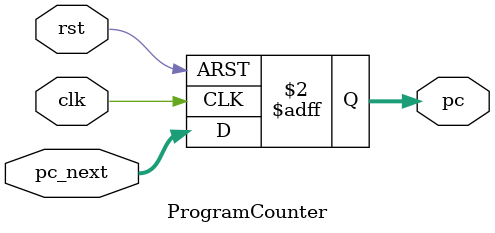
<source format=v>
module ProgramCounter (
    input  wire clk,
    input  wire rst,
    input  wire [7:0] pc_next,
    output reg  [7:0] pc
);
    always @(posedge clk or posedge rst) begin
        if (rst)
            pc <= 8'd0;
        else
            pc <= pc_next;
    end
endmodule

</source>
